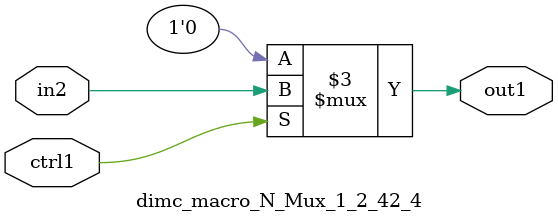
<source format=v>

`timescale 1ps / 1ps


module dimc_macro_N_Mux_1_2_42_4( in2, ctrl1, out1 );

    input in2;
    input ctrl1;
    output out1;
    reg out1;

    
    // rtl_process:dimc_macro_N_Mux_1_2_42_4/dimc_macro_N_Mux_1_2_42_4_thread_1
    always @*
      begin : dimc_macro_N_Mux_1_2_42_4_thread_1
        case (ctrl1) 
          1'b1: 
            begin
              out1 = in2;
            end
          default: 
            begin
              out1 = 1'b0;
            end
        endcase
      end

endmodule





</source>
